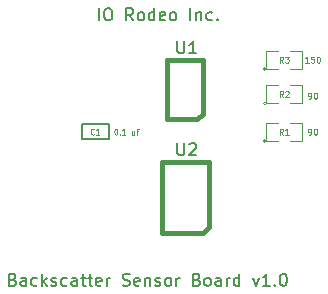
<source format=gto>
G04 (created by PCBNEW (2013-mar-13)-testing) date Sat 10 Aug 2013 01:32:29 PM PDT*
%MOIN*%
G04 Gerber Fmt 3.4, Leading zero omitted, Abs format*
%FSLAX34Y34*%
G01*
G70*
G90*
G04 APERTURE LIST*
%ADD10C,0.005906*%
%ADD11C,0.008000*%
%ADD12C,0.005000*%
%ADD13C,0.003900*%
%ADD14C,0.015000*%
%ADD15C,0.004500*%
%ADD16C,0.004300*%
G04 APERTURE END LIST*
G54D10*
G54D11*
X43014Y-39321D02*
X43071Y-39340D01*
X43090Y-39359D01*
X43109Y-39397D01*
X43109Y-39454D01*
X43090Y-39492D01*
X43071Y-39511D01*
X43033Y-39530D01*
X42880Y-39530D01*
X42880Y-39130D01*
X43014Y-39130D01*
X43052Y-39150D01*
X43071Y-39169D01*
X43090Y-39207D01*
X43090Y-39245D01*
X43071Y-39283D01*
X43052Y-39302D01*
X43014Y-39321D01*
X42880Y-39321D01*
X43452Y-39530D02*
X43452Y-39321D01*
X43433Y-39283D01*
X43395Y-39264D01*
X43319Y-39264D01*
X43280Y-39283D01*
X43452Y-39511D02*
X43414Y-39530D01*
X43319Y-39530D01*
X43280Y-39511D01*
X43261Y-39473D01*
X43261Y-39435D01*
X43280Y-39397D01*
X43319Y-39378D01*
X43414Y-39378D01*
X43452Y-39359D01*
X43814Y-39511D02*
X43776Y-39530D01*
X43700Y-39530D01*
X43661Y-39511D01*
X43642Y-39492D01*
X43623Y-39454D01*
X43623Y-39340D01*
X43642Y-39302D01*
X43661Y-39283D01*
X43700Y-39264D01*
X43776Y-39264D01*
X43814Y-39283D01*
X43985Y-39530D02*
X43985Y-39130D01*
X44023Y-39378D02*
X44138Y-39530D01*
X44138Y-39264D02*
X43985Y-39416D01*
X44290Y-39511D02*
X44328Y-39530D01*
X44404Y-39530D01*
X44442Y-39511D01*
X44461Y-39473D01*
X44461Y-39454D01*
X44442Y-39416D01*
X44404Y-39397D01*
X44347Y-39397D01*
X44309Y-39378D01*
X44290Y-39340D01*
X44290Y-39321D01*
X44309Y-39283D01*
X44347Y-39264D01*
X44404Y-39264D01*
X44442Y-39283D01*
X44804Y-39511D02*
X44766Y-39530D01*
X44690Y-39530D01*
X44652Y-39511D01*
X44633Y-39492D01*
X44614Y-39454D01*
X44614Y-39340D01*
X44633Y-39302D01*
X44652Y-39283D01*
X44690Y-39264D01*
X44766Y-39264D01*
X44804Y-39283D01*
X45147Y-39530D02*
X45147Y-39321D01*
X45128Y-39283D01*
X45090Y-39264D01*
X45014Y-39264D01*
X44976Y-39283D01*
X45147Y-39511D02*
X45109Y-39530D01*
X45014Y-39530D01*
X44976Y-39511D01*
X44957Y-39473D01*
X44957Y-39435D01*
X44976Y-39397D01*
X45014Y-39378D01*
X45109Y-39378D01*
X45147Y-39359D01*
X45280Y-39264D02*
X45433Y-39264D01*
X45338Y-39130D02*
X45338Y-39473D01*
X45357Y-39511D01*
X45395Y-39530D01*
X45433Y-39530D01*
X45509Y-39264D02*
X45661Y-39264D01*
X45566Y-39130D02*
X45566Y-39473D01*
X45585Y-39511D01*
X45623Y-39530D01*
X45661Y-39530D01*
X45947Y-39511D02*
X45909Y-39530D01*
X45833Y-39530D01*
X45795Y-39511D01*
X45776Y-39473D01*
X45776Y-39321D01*
X45795Y-39283D01*
X45833Y-39264D01*
X45909Y-39264D01*
X45947Y-39283D01*
X45966Y-39321D01*
X45966Y-39359D01*
X45776Y-39397D01*
X46138Y-39530D02*
X46138Y-39264D01*
X46138Y-39340D02*
X46157Y-39302D01*
X46176Y-39283D01*
X46214Y-39264D01*
X46252Y-39264D01*
X46671Y-39511D02*
X46728Y-39530D01*
X46823Y-39530D01*
X46861Y-39511D01*
X46880Y-39492D01*
X46900Y-39454D01*
X46900Y-39416D01*
X46880Y-39378D01*
X46861Y-39359D01*
X46823Y-39340D01*
X46747Y-39321D01*
X46709Y-39302D01*
X46690Y-39283D01*
X46671Y-39245D01*
X46671Y-39207D01*
X46690Y-39169D01*
X46709Y-39150D01*
X46747Y-39130D01*
X46842Y-39130D01*
X46900Y-39150D01*
X47223Y-39511D02*
X47185Y-39530D01*
X47109Y-39530D01*
X47071Y-39511D01*
X47052Y-39473D01*
X47052Y-39321D01*
X47071Y-39283D01*
X47109Y-39264D01*
X47185Y-39264D01*
X47223Y-39283D01*
X47242Y-39321D01*
X47242Y-39359D01*
X47052Y-39397D01*
X47414Y-39264D02*
X47414Y-39530D01*
X47414Y-39302D02*
X47433Y-39283D01*
X47471Y-39264D01*
X47528Y-39264D01*
X47566Y-39283D01*
X47585Y-39321D01*
X47585Y-39530D01*
X47757Y-39511D02*
X47795Y-39530D01*
X47871Y-39530D01*
X47909Y-39511D01*
X47928Y-39473D01*
X47928Y-39454D01*
X47909Y-39416D01*
X47871Y-39397D01*
X47814Y-39397D01*
X47776Y-39378D01*
X47757Y-39340D01*
X47757Y-39321D01*
X47776Y-39283D01*
X47814Y-39264D01*
X47871Y-39264D01*
X47909Y-39283D01*
X48157Y-39530D02*
X48119Y-39511D01*
X48100Y-39492D01*
X48080Y-39454D01*
X48080Y-39340D01*
X48100Y-39302D01*
X48119Y-39283D01*
X48157Y-39264D01*
X48214Y-39264D01*
X48252Y-39283D01*
X48271Y-39302D01*
X48290Y-39340D01*
X48290Y-39454D01*
X48271Y-39492D01*
X48252Y-39511D01*
X48214Y-39530D01*
X48157Y-39530D01*
X48461Y-39530D02*
X48461Y-39264D01*
X48461Y-39340D02*
X48480Y-39302D01*
X48500Y-39283D01*
X48538Y-39264D01*
X48576Y-39264D01*
X49147Y-39321D02*
X49204Y-39340D01*
X49223Y-39359D01*
X49242Y-39397D01*
X49242Y-39454D01*
X49223Y-39492D01*
X49204Y-39511D01*
X49166Y-39530D01*
X49014Y-39530D01*
X49014Y-39130D01*
X49147Y-39130D01*
X49185Y-39150D01*
X49204Y-39169D01*
X49223Y-39207D01*
X49223Y-39245D01*
X49204Y-39283D01*
X49185Y-39302D01*
X49147Y-39321D01*
X49014Y-39321D01*
X49471Y-39530D02*
X49433Y-39511D01*
X49414Y-39492D01*
X49395Y-39454D01*
X49395Y-39340D01*
X49414Y-39302D01*
X49433Y-39283D01*
X49471Y-39264D01*
X49528Y-39264D01*
X49566Y-39283D01*
X49585Y-39302D01*
X49604Y-39340D01*
X49604Y-39454D01*
X49585Y-39492D01*
X49566Y-39511D01*
X49528Y-39530D01*
X49471Y-39530D01*
X49947Y-39530D02*
X49947Y-39321D01*
X49928Y-39283D01*
X49890Y-39264D01*
X49814Y-39264D01*
X49776Y-39283D01*
X49947Y-39511D02*
X49909Y-39530D01*
X49814Y-39530D01*
X49776Y-39511D01*
X49757Y-39473D01*
X49757Y-39435D01*
X49776Y-39397D01*
X49814Y-39378D01*
X49909Y-39378D01*
X49947Y-39359D01*
X50138Y-39530D02*
X50138Y-39264D01*
X50138Y-39340D02*
X50157Y-39302D01*
X50176Y-39283D01*
X50214Y-39264D01*
X50252Y-39264D01*
X50557Y-39530D02*
X50557Y-39130D01*
X50557Y-39511D02*
X50519Y-39530D01*
X50442Y-39530D01*
X50404Y-39511D01*
X50385Y-39492D01*
X50366Y-39454D01*
X50366Y-39340D01*
X50385Y-39302D01*
X50404Y-39283D01*
X50442Y-39264D01*
X50519Y-39264D01*
X50557Y-39283D01*
X51014Y-39264D02*
X51109Y-39530D01*
X51204Y-39264D01*
X51566Y-39530D02*
X51338Y-39530D01*
X51452Y-39530D02*
X51452Y-39130D01*
X51414Y-39188D01*
X51376Y-39226D01*
X51338Y-39245D01*
X51738Y-39492D02*
X51757Y-39511D01*
X51738Y-39530D01*
X51719Y-39511D01*
X51738Y-39492D01*
X51738Y-39530D01*
X52004Y-39130D02*
X52042Y-39130D01*
X52080Y-39150D01*
X52099Y-39169D01*
X52119Y-39207D01*
X52138Y-39283D01*
X52138Y-39378D01*
X52119Y-39454D01*
X52099Y-39492D01*
X52080Y-39511D01*
X52042Y-39530D01*
X52004Y-39530D01*
X51966Y-39511D01*
X51947Y-39492D01*
X51928Y-39454D01*
X51909Y-39378D01*
X51909Y-39283D01*
X51928Y-39207D01*
X51947Y-39169D01*
X51966Y-39150D01*
X52004Y-39130D01*
X45878Y-30680D02*
X45878Y-30280D01*
X46145Y-30280D02*
X46221Y-30280D01*
X46259Y-30300D01*
X46297Y-30338D01*
X46316Y-30414D01*
X46316Y-30547D01*
X46297Y-30623D01*
X46259Y-30661D01*
X46221Y-30680D01*
X46145Y-30680D01*
X46107Y-30661D01*
X46069Y-30623D01*
X46050Y-30547D01*
X46050Y-30414D01*
X46069Y-30338D01*
X46107Y-30300D01*
X46145Y-30280D01*
X47021Y-30680D02*
X46888Y-30490D01*
X46792Y-30680D02*
X46792Y-30280D01*
X46945Y-30280D01*
X46983Y-30300D01*
X47002Y-30319D01*
X47021Y-30357D01*
X47021Y-30414D01*
X47002Y-30452D01*
X46983Y-30471D01*
X46945Y-30490D01*
X46792Y-30490D01*
X47250Y-30680D02*
X47211Y-30661D01*
X47192Y-30642D01*
X47173Y-30604D01*
X47173Y-30490D01*
X47192Y-30452D01*
X47211Y-30433D01*
X47250Y-30414D01*
X47307Y-30414D01*
X47345Y-30433D01*
X47364Y-30452D01*
X47383Y-30490D01*
X47383Y-30604D01*
X47364Y-30642D01*
X47345Y-30661D01*
X47307Y-30680D01*
X47250Y-30680D01*
X47726Y-30680D02*
X47726Y-30280D01*
X47726Y-30661D02*
X47688Y-30680D01*
X47611Y-30680D01*
X47573Y-30661D01*
X47554Y-30642D01*
X47535Y-30604D01*
X47535Y-30490D01*
X47554Y-30452D01*
X47573Y-30433D01*
X47611Y-30414D01*
X47688Y-30414D01*
X47726Y-30433D01*
X48069Y-30661D02*
X48030Y-30680D01*
X47954Y-30680D01*
X47916Y-30661D01*
X47897Y-30623D01*
X47897Y-30471D01*
X47916Y-30433D01*
X47954Y-30414D01*
X48030Y-30414D01*
X48069Y-30433D01*
X48088Y-30471D01*
X48088Y-30509D01*
X47897Y-30547D01*
X48316Y-30680D02*
X48278Y-30661D01*
X48259Y-30642D01*
X48240Y-30604D01*
X48240Y-30490D01*
X48259Y-30452D01*
X48278Y-30433D01*
X48316Y-30414D01*
X48373Y-30414D01*
X48411Y-30433D01*
X48430Y-30452D01*
X48450Y-30490D01*
X48450Y-30604D01*
X48430Y-30642D01*
X48411Y-30661D01*
X48373Y-30680D01*
X48316Y-30680D01*
X48926Y-30680D02*
X48926Y-30280D01*
X49116Y-30414D02*
X49116Y-30680D01*
X49116Y-30452D02*
X49135Y-30433D01*
X49173Y-30414D01*
X49230Y-30414D01*
X49269Y-30433D01*
X49288Y-30471D01*
X49288Y-30680D01*
X49650Y-30661D02*
X49611Y-30680D01*
X49535Y-30680D01*
X49497Y-30661D01*
X49478Y-30642D01*
X49459Y-30604D01*
X49459Y-30490D01*
X49478Y-30452D01*
X49497Y-30433D01*
X49535Y-30414D01*
X49611Y-30414D01*
X49650Y-30433D01*
X49821Y-30642D02*
X49840Y-30661D01*
X49821Y-30680D01*
X49802Y-30661D01*
X49821Y-30642D01*
X49821Y-30680D01*
G54D12*
X46200Y-34650D02*
X45300Y-34650D01*
X45300Y-34650D02*
X45300Y-34150D01*
X45300Y-34150D02*
X46200Y-34150D01*
X46200Y-34150D02*
X46200Y-34650D01*
G54D13*
X51450Y-34700D02*
G75*
G03X51450Y-34700I-50J0D01*
G74*
G01*
X51850Y-34700D02*
X51450Y-34700D01*
X51450Y-34700D02*
X51450Y-34100D01*
X51450Y-34100D02*
X51850Y-34100D01*
X52250Y-34100D02*
X52650Y-34100D01*
X52650Y-34100D02*
X52650Y-34700D01*
X52650Y-34700D02*
X52250Y-34700D01*
X51450Y-33450D02*
G75*
G03X51450Y-33450I-50J0D01*
G74*
G01*
X51850Y-33450D02*
X51450Y-33450D01*
X51450Y-33450D02*
X51450Y-32850D01*
X51450Y-32850D02*
X51850Y-32850D01*
X52250Y-32850D02*
X52650Y-32850D01*
X52650Y-32850D02*
X52650Y-33450D01*
X52650Y-33450D02*
X52250Y-33450D01*
X51450Y-32300D02*
G75*
G03X51450Y-32300I-50J0D01*
G74*
G01*
X51850Y-32300D02*
X51450Y-32300D01*
X51450Y-32300D02*
X51450Y-31700D01*
X51450Y-31700D02*
X51850Y-31700D01*
X52250Y-31700D02*
X52650Y-31700D01*
X52650Y-31700D02*
X52650Y-32300D01*
X52650Y-32300D02*
X52250Y-32300D01*
G54D14*
X48159Y-32016D02*
X49341Y-32016D01*
X49341Y-32016D02*
X49341Y-33787D01*
X49341Y-33787D02*
X49144Y-33984D01*
X49144Y-33984D02*
X48159Y-33984D01*
X48159Y-33984D02*
X48159Y-32016D01*
X49537Y-35419D02*
X49537Y-37584D01*
X49537Y-37584D02*
X49341Y-37781D01*
X49341Y-37781D02*
X47963Y-37781D01*
X47963Y-37781D02*
X47963Y-35419D01*
X47963Y-35419D02*
X49537Y-35419D01*
G54D15*
X45720Y-34471D02*
X45711Y-34480D01*
X45685Y-34490D01*
X45668Y-34490D01*
X45642Y-34480D01*
X45625Y-34461D01*
X45617Y-34442D01*
X45608Y-34404D01*
X45608Y-34376D01*
X45617Y-34338D01*
X45625Y-34319D01*
X45642Y-34300D01*
X45668Y-34290D01*
X45685Y-34290D01*
X45711Y-34300D01*
X45720Y-34309D01*
X45891Y-34490D02*
X45788Y-34490D01*
X45840Y-34490D02*
X45840Y-34290D01*
X45822Y-34319D01*
X45805Y-34338D01*
X45788Y-34347D01*
X46435Y-34290D02*
X46452Y-34290D01*
X46470Y-34300D01*
X46478Y-34309D01*
X46487Y-34328D01*
X46495Y-34366D01*
X46495Y-34414D01*
X46487Y-34452D01*
X46478Y-34471D01*
X46470Y-34480D01*
X46452Y-34490D01*
X46435Y-34490D01*
X46418Y-34480D01*
X46410Y-34471D01*
X46401Y-34452D01*
X46392Y-34414D01*
X46392Y-34366D01*
X46401Y-34328D01*
X46410Y-34309D01*
X46418Y-34300D01*
X46435Y-34290D01*
X46572Y-34471D02*
X46581Y-34480D01*
X46572Y-34490D01*
X46564Y-34480D01*
X46572Y-34471D01*
X46572Y-34490D01*
X46752Y-34490D02*
X46650Y-34490D01*
X46701Y-34490D02*
X46701Y-34290D01*
X46684Y-34319D01*
X46667Y-34338D01*
X46650Y-34347D01*
X47044Y-34357D02*
X47044Y-34490D01*
X46967Y-34357D02*
X46967Y-34461D01*
X46975Y-34480D01*
X46992Y-34490D01*
X47018Y-34490D01*
X47035Y-34480D01*
X47044Y-34471D01*
X47190Y-34385D02*
X47130Y-34385D01*
X47130Y-34490D02*
X47130Y-34290D01*
X47215Y-34290D01*
G54D16*
X52017Y-34489D02*
X51951Y-34395D01*
X51904Y-34489D02*
X51904Y-34292D01*
X51979Y-34292D01*
X51998Y-34301D01*
X52007Y-34310D01*
X52017Y-34329D01*
X52017Y-34357D01*
X52007Y-34376D01*
X51998Y-34385D01*
X51979Y-34395D01*
X51904Y-34395D01*
X52204Y-34489D02*
X52092Y-34489D01*
X52148Y-34489D02*
X52148Y-34292D01*
X52129Y-34320D01*
X52110Y-34339D01*
X52092Y-34348D01*
X52868Y-34489D02*
X52906Y-34489D01*
X52924Y-34479D01*
X52934Y-34470D01*
X52953Y-34442D01*
X52962Y-34404D01*
X52962Y-34329D01*
X52953Y-34310D01*
X52943Y-34301D01*
X52924Y-34292D01*
X52887Y-34292D01*
X52868Y-34301D01*
X52859Y-34310D01*
X52849Y-34329D01*
X52849Y-34376D01*
X52859Y-34395D01*
X52868Y-34404D01*
X52887Y-34414D01*
X52924Y-34414D01*
X52943Y-34404D01*
X52953Y-34395D01*
X52962Y-34376D01*
X53084Y-34292D02*
X53103Y-34292D01*
X53121Y-34301D01*
X53131Y-34310D01*
X53140Y-34329D01*
X53150Y-34367D01*
X53150Y-34414D01*
X53140Y-34451D01*
X53131Y-34470D01*
X53121Y-34479D01*
X53103Y-34489D01*
X53084Y-34489D01*
X53065Y-34479D01*
X53056Y-34470D01*
X53046Y-34451D01*
X53037Y-34414D01*
X53037Y-34367D01*
X53046Y-34329D01*
X53056Y-34310D01*
X53065Y-34301D01*
X53084Y-34292D01*
X52017Y-33239D02*
X51951Y-33145D01*
X51904Y-33239D02*
X51904Y-33042D01*
X51979Y-33042D01*
X51998Y-33051D01*
X52007Y-33060D01*
X52017Y-33079D01*
X52017Y-33107D01*
X52007Y-33126D01*
X51998Y-33135D01*
X51979Y-33145D01*
X51904Y-33145D01*
X52092Y-33060D02*
X52101Y-33051D01*
X52120Y-33042D01*
X52167Y-33042D01*
X52186Y-33051D01*
X52195Y-33060D01*
X52204Y-33079D01*
X52204Y-33098D01*
X52195Y-33126D01*
X52082Y-33239D01*
X52204Y-33239D01*
X52868Y-33289D02*
X52906Y-33289D01*
X52924Y-33279D01*
X52934Y-33270D01*
X52953Y-33242D01*
X52962Y-33204D01*
X52962Y-33129D01*
X52953Y-33110D01*
X52943Y-33101D01*
X52924Y-33092D01*
X52887Y-33092D01*
X52868Y-33101D01*
X52859Y-33110D01*
X52849Y-33129D01*
X52849Y-33176D01*
X52859Y-33195D01*
X52868Y-33204D01*
X52887Y-33214D01*
X52924Y-33214D01*
X52943Y-33204D01*
X52953Y-33195D01*
X52962Y-33176D01*
X53084Y-33092D02*
X53103Y-33092D01*
X53121Y-33101D01*
X53131Y-33110D01*
X53140Y-33129D01*
X53150Y-33167D01*
X53150Y-33214D01*
X53140Y-33251D01*
X53131Y-33270D01*
X53121Y-33279D01*
X53103Y-33289D01*
X53084Y-33289D01*
X53065Y-33279D01*
X53056Y-33270D01*
X53046Y-33251D01*
X53037Y-33214D01*
X53037Y-33167D01*
X53046Y-33129D01*
X53056Y-33110D01*
X53065Y-33101D01*
X53084Y-33092D01*
X52017Y-32089D02*
X51951Y-31995D01*
X51904Y-32089D02*
X51904Y-31892D01*
X51979Y-31892D01*
X51998Y-31901D01*
X52007Y-31910D01*
X52017Y-31929D01*
X52017Y-31957D01*
X52007Y-31976D01*
X51998Y-31985D01*
X51979Y-31995D01*
X51904Y-31995D01*
X52082Y-31892D02*
X52204Y-31892D01*
X52139Y-31967D01*
X52167Y-31967D01*
X52186Y-31976D01*
X52195Y-31985D01*
X52204Y-32004D01*
X52204Y-32051D01*
X52195Y-32070D01*
X52186Y-32079D01*
X52167Y-32089D01*
X52110Y-32089D01*
X52092Y-32079D01*
X52082Y-32070D01*
X52868Y-32089D02*
X52756Y-32089D01*
X52812Y-32089D02*
X52812Y-31892D01*
X52793Y-31920D01*
X52774Y-31939D01*
X52756Y-31948D01*
X53046Y-31892D02*
X52953Y-31892D01*
X52943Y-31985D01*
X52953Y-31976D01*
X52971Y-31967D01*
X53018Y-31967D01*
X53037Y-31976D01*
X53046Y-31985D01*
X53056Y-32004D01*
X53056Y-32051D01*
X53046Y-32070D01*
X53037Y-32079D01*
X53018Y-32089D01*
X52971Y-32089D01*
X52953Y-32079D01*
X52943Y-32070D01*
X53178Y-31892D02*
X53197Y-31892D01*
X53215Y-31901D01*
X53225Y-31910D01*
X53234Y-31929D01*
X53243Y-31967D01*
X53243Y-32014D01*
X53234Y-32051D01*
X53225Y-32070D01*
X53215Y-32079D01*
X53197Y-32089D01*
X53178Y-32089D01*
X53159Y-32079D01*
X53150Y-32070D01*
X53140Y-32051D01*
X53131Y-32014D01*
X53131Y-31967D01*
X53140Y-31929D01*
X53150Y-31910D01*
X53159Y-31901D01*
X53178Y-31892D01*
G54D11*
X48495Y-31380D02*
X48495Y-31704D01*
X48514Y-31742D01*
X48533Y-31761D01*
X48571Y-31780D01*
X48647Y-31780D01*
X48685Y-31761D01*
X48704Y-31742D01*
X48723Y-31704D01*
X48723Y-31380D01*
X49123Y-31780D02*
X48895Y-31780D01*
X49009Y-31780D02*
X49009Y-31380D01*
X48971Y-31438D01*
X48933Y-31476D01*
X48895Y-31495D01*
X48495Y-34780D02*
X48495Y-35104D01*
X48514Y-35142D01*
X48533Y-35161D01*
X48571Y-35180D01*
X48647Y-35180D01*
X48685Y-35161D01*
X48704Y-35142D01*
X48723Y-35104D01*
X48723Y-34780D01*
X48895Y-34819D02*
X48914Y-34800D01*
X48952Y-34780D01*
X49047Y-34780D01*
X49085Y-34800D01*
X49104Y-34819D01*
X49123Y-34857D01*
X49123Y-34895D01*
X49104Y-34952D01*
X48876Y-35180D01*
X49123Y-35180D01*
M02*

</source>
